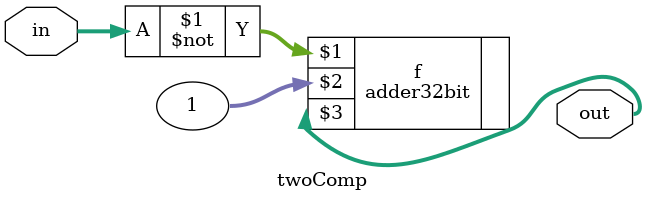
<source format=v>
`timescale 1ns / 1ps


module twoComp(in, out);
input [31:0] in;
output [31:0] out;
adder32bit f((~in),1,out);
endmodule

</source>
